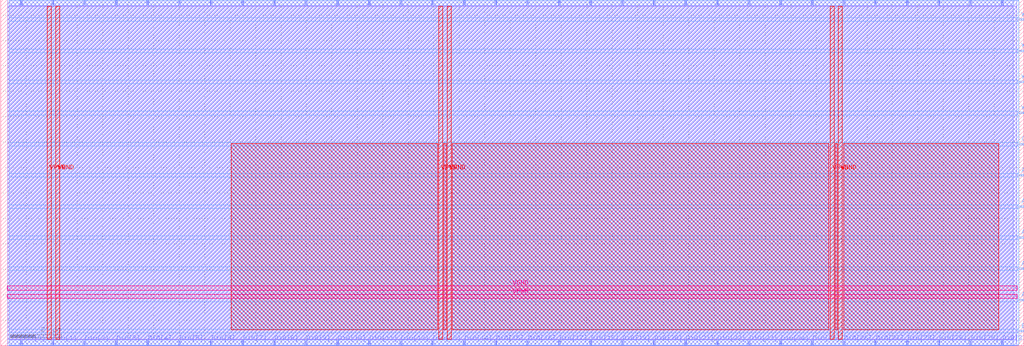
<source format=lef>
VERSION 5.7 ;
  NOWIREEXTENSIONATPIN ON ;
  DIVIDERCHAR "/" ;
  BUSBITCHARS "[]" ;
MACRO RAM32
  CLASS BLOCK ;
  FOREIGN RAM32 ;
  ORIGIN 0.000 0.000 ;
  SIZE 401.580 BY 136.000 ;
  PIN A0[0]
    DIRECTION INPUT ;
    USE SIGNAL ;
    ANTENNAGATEAREA 0.213000 ;
    PORT
      LAYER met3 ;
        RECT 399.580 17.720 401.580 18.320 ;
    END
  END A0[0]
  PIN A0[1]
    DIRECTION INPUT ;
    USE SIGNAL ;
    ANTENNAGATEAREA 0.213000 ;
    PORT
      LAYER met3 ;
        RECT 399.580 29.960 401.580 30.560 ;
    END
  END A0[1]
  PIN A0[2]
    DIRECTION INPUT ;
    USE SIGNAL ;
    ANTENNAGATEAREA 0.213000 ;
    PORT
      LAYER met3 ;
        RECT 399.580 42.200 401.580 42.800 ;
    END
  END A0[2]
  PIN A0[3]
    DIRECTION INPUT ;
    USE SIGNAL ;
    ANTENNAGATEAREA 0.213000 ;
    PORT
      LAYER met3 ;
        RECT 399.580 54.440 401.580 55.040 ;
    END
  END A0[3]
  PIN A0[4]
    DIRECTION INPUT ;
    USE SIGNAL ;
    ANTENNAGATEAREA 0.213000 ;
    PORT
      LAYER met3 ;
        RECT 399.580 66.680 401.580 67.280 ;
    END
  END A0[4]
  PIN CLK
    DIRECTION INPUT ;
    USE SIGNAL ;
    ANTENNAGATEAREA 0.426000 ;
    ANTENNADIFFAREA 0.869400 ;
    PORT
      LAYER met3 ;
        RECT 399.580 78.920 401.580 79.520 ;
    END
  END CLK
  PIN Di0[0]
    DIRECTION INPUT ;
    USE SIGNAL ;
    ANTENNAGATEAREA 0.852000 ;
    PORT
      LAYER met2 ;
        RECT 7.910 0.000 8.190 2.000 ;
    END
  END Di0[0]
  PIN Di0[10]
    DIRECTION INPUT ;
    USE SIGNAL ;
    ANTENNAGATEAREA 0.852000 ;
    PORT
      LAYER met2 ;
        RECT 132.110 0.000 132.390 2.000 ;
    END
  END Di0[10]
  PIN Di0[11]
    DIRECTION INPUT ;
    USE SIGNAL ;
    ANTENNAGATEAREA 0.852000 ;
    PORT
      LAYER met2 ;
        RECT 144.530 0.000 144.810 2.000 ;
    END
  END Di0[11]
  PIN Di0[12]
    DIRECTION INPUT ;
    USE SIGNAL ;
    ANTENNAGATEAREA 0.852000 ;
    PORT
      LAYER met2 ;
        RECT 156.950 0.000 157.230 2.000 ;
    END
  END Di0[12]
  PIN Di0[13]
    DIRECTION INPUT ;
    USE SIGNAL ;
    ANTENNAGATEAREA 0.852000 ;
    PORT
      LAYER met2 ;
        RECT 169.370 0.000 169.650 2.000 ;
    END
  END Di0[13]
  PIN Di0[14]
    DIRECTION INPUT ;
    USE SIGNAL ;
    ANTENNAGATEAREA 0.852000 ;
    PORT
      LAYER met2 ;
        RECT 181.790 0.000 182.070 2.000 ;
    END
  END Di0[14]
  PIN Di0[15]
    DIRECTION INPUT ;
    USE SIGNAL ;
    ANTENNAGATEAREA 0.852000 ;
    PORT
      LAYER met2 ;
        RECT 194.210 0.000 194.490 2.000 ;
    END
  END Di0[15]
  PIN Di0[16]
    DIRECTION INPUT ;
    USE SIGNAL ;
    ANTENNAGATEAREA 0.852000 ;
    PORT
      LAYER met2 ;
        RECT 206.630 0.000 206.910 2.000 ;
    END
  END Di0[16]
  PIN Di0[17]
    DIRECTION INPUT ;
    USE SIGNAL ;
    ANTENNAGATEAREA 0.852000 ;
    PORT
      LAYER met2 ;
        RECT 219.050 0.000 219.330 2.000 ;
    END
  END Di0[17]
  PIN Di0[18]
    DIRECTION INPUT ;
    USE SIGNAL ;
    ANTENNAGATEAREA 0.852000 ;
    PORT
      LAYER met2 ;
        RECT 231.470 0.000 231.750 2.000 ;
    END
  END Di0[18]
  PIN Di0[19]
    DIRECTION INPUT ;
    USE SIGNAL ;
    ANTENNAGATEAREA 0.852000 ;
    PORT
      LAYER met2 ;
        RECT 243.890 0.000 244.170 2.000 ;
    END
  END Di0[19]
  PIN Di0[1]
    DIRECTION INPUT ;
    USE SIGNAL ;
    ANTENNAGATEAREA 0.852000 ;
    PORT
      LAYER met2 ;
        RECT 20.330 0.000 20.610 2.000 ;
    END
  END Di0[1]
  PIN Di0[20]
    DIRECTION INPUT ;
    USE SIGNAL ;
    ANTENNAGATEAREA 0.852000 ;
    PORT
      LAYER met2 ;
        RECT 256.310 0.000 256.590 2.000 ;
    END
  END Di0[20]
  PIN Di0[21]
    DIRECTION INPUT ;
    USE SIGNAL ;
    ANTENNAGATEAREA 0.852000 ;
    PORT
      LAYER met2 ;
        RECT 268.730 0.000 269.010 2.000 ;
    END
  END Di0[21]
  PIN Di0[22]
    DIRECTION INPUT ;
    USE SIGNAL ;
    ANTENNAGATEAREA 0.852000 ;
    PORT
      LAYER met2 ;
        RECT 281.150 0.000 281.430 2.000 ;
    END
  END Di0[22]
  PIN Di0[23]
    DIRECTION INPUT ;
    USE SIGNAL ;
    ANTENNAGATEAREA 0.852000 ;
    PORT
      LAYER met2 ;
        RECT 293.570 0.000 293.850 2.000 ;
    END
  END Di0[23]
  PIN Di0[24]
    DIRECTION INPUT ;
    USE SIGNAL ;
    ANTENNAGATEAREA 0.852000 ;
    PORT
      LAYER met2 ;
        RECT 305.990 0.000 306.270 2.000 ;
    END
  END Di0[24]
  PIN Di0[25]
    DIRECTION INPUT ;
    USE SIGNAL ;
    ANTENNAGATEAREA 0.852000 ;
    PORT
      LAYER met2 ;
        RECT 318.410 0.000 318.690 2.000 ;
    END
  END Di0[25]
  PIN Di0[26]
    DIRECTION INPUT ;
    USE SIGNAL ;
    ANTENNAGATEAREA 0.852000 ;
    PORT
      LAYER met2 ;
        RECT 330.830 0.000 331.110 2.000 ;
    END
  END Di0[26]
  PIN Di0[27]
    DIRECTION INPUT ;
    USE SIGNAL ;
    ANTENNAGATEAREA 0.852000 ;
    PORT
      LAYER met2 ;
        RECT 343.250 0.000 343.530 2.000 ;
    END
  END Di0[27]
  PIN Di0[28]
    DIRECTION INPUT ;
    USE SIGNAL ;
    ANTENNAGATEAREA 0.852000 ;
    PORT
      LAYER met2 ;
        RECT 355.670 0.000 355.950 2.000 ;
    END
  END Di0[28]
  PIN Di0[29]
    DIRECTION INPUT ;
    USE SIGNAL ;
    ANTENNAGATEAREA 0.852000 ;
    PORT
      LAYER met2 ;
        RECT 368.090 0.000 368.370 2.000 ;
    END
  END Di0[29]
  PIN Di0[2]
    DIRECTION INPUT ;
    USE SIGNAL ;
    ANTENNAGATEAREA 0.852000 ;
    PORT
      LAYER met2 ;
        RECT 32.750 0.000 33.030 2.000 ;
    END
  END Di0[2]
  PIN Di0[30]
    DIRECTION INPUT ;
    USE SIGNAL ;
    ANTENNAGATEAREA 0.852000 ;
    PORT
      LAYER met2 ;
        RECT 380.510 0.000 380.790 2.000 ;
    END
  END Di0[30]
  PIN Di0[31]
    DIRECTION INPUT ;
    USE SIGNAL ;
    ANTENNAGATEAREA 0.852000 ;
    PORT
      LAYER met2 ;
        RECT 392.930 0.000 393.210 2.000 ;
    END
  END Di0[31]
  PIN Di0[3]
    DIRECTION INPUT ;
    USE SIGNAL ;
    ANTENNAGATEAREA 0.852000 ;
    PORT
      LAYER met2 ;
        RECT 45.170 0.000 45.450 2.000 ;
    END
  END Di0[3]
  PIN Di0[4]
    DIRECTION INPUT ;
    USE SIGNAL ;
    ANTENNAGATEAREA 0.852000 ;
    PORT
      LAYER met2 ;
        RECT 57.590 0.000 57.870 2.000 ;
    END
  END Di0[4]
  PIN Di0[5]
    DIRECTION INPUT ;
    USE SIGNAL ;
    ANTENNAGATEAREA 0.852000 ;
    PORT
      LAYER met2 ;
        RECT 70.010 0.000 70.290 2.000 ;
    END
  END Di0[5]
  PIN Di0[6]
    DIRECTION INPUT ;
    USE SIGNAL ;
    ANTENNAGATEAREA 0.852000 ;
    PORT
      LAYER met2 ;
        RECT 82.430 0.000 82.710 2.000 ;
    END
  END Di0[6]
  PIN Di0[7]
    DIRECTION INPUT ;
    USE SIGNAL ;
    ANTENNAGATEAREA 0.852000 ;
    PORT
      LAYER met2 ;
        RECT 94.850 0.000 95.130 2.000 ;
    END
  END Di0[7]
  PIN Di0[8]
    DIRECTION INPUT ;
    USE SIGNAL ;
    ANTENNAGATEAREA 0.852000 ;
    PORT
      LAYER met2 ;
        RECT 107.270 0.000 107.550 2.000 ;
    END
  END Di0[8]
  PIN Di0[9]
    DIRECTION INPUT ;
    USE SIGNAL ;
    ANTENNAGATEAREA 0.852000 ;
    PORT
      LAYER met2 ;
        RECT 119.690 0.000 119.970 2.000 ;
    END
  END Di0[9]
  PIN Do0[0]
    DIRECTION OUTPUT TRISTATE ;
    USE SIGNAL ;
    ANTENNADIFFAREA 0.429000 ;
    PORT
      LAYER met2 ;
        RECT 7.910 134.000 8.190 136.000 ;
    END
  END Do0[0]
  PIN Do0[10]
    DIRECTION OUTPUT TRISTATE ;
    USE SIGNAL ;
    ANTENNADIFFAREA 0.429000 ;
    PORT
      LAYER met2 ;
        RECT 132.110 134.000 132.390 136.000 ;
    END
  END Do0[10]
  PIN Do0[11]
    DIRECTION OUTPUT TRISTATE ;
    USE SIGNAL ;
    ANTENNADIFFAREA 0.429000 ;
    PORT
      LAYER met2 ;
        RECT 144.530 134.000 144.810 136.000 ;
    END
  END Do0[11]
  PIN Do0[12]
    DIRECTION OUTPUT TRISTATE ;
    USE SIGNAL ;
    ANTENNADIFFAREA 0.429000 ;
    PORT
      LAYER met2 ;
        RECT 156.950 134.000 157.230 136.000 ;
    END
  END Do0[12]
  PIN Do0[13]
    DIRECTION OUTPUT TRISTATE ;
    USE SIGNAL ;
    ANTENNADIFFAREA 0.429000 ;
    PORT
      LAYER met2 ;
        RECT 169.370 134.000 169.650 136.000 ;
    END
  END Do0[13]
  PIN Do0[14]
    DIRECTION OUTPUT TRISTATE ;
    USE SIGNAL ;
    ANTENNADIFFAREA 0.429000 ;
    PORT
      LAYER met2 ;
        RECT 181.790 134.000 182.070 136.000 ;
    END
  END Do0[14]
  PIN Do0[15]
    DIRECTION OUTPUT TRISTATE ;
    USE SIGNAL ;
    ANTENNADIFFAREA 0.429000 ;
    PORT
      LAYER met2 ;
        RECT 194.210 134.000 194.490 136.000 ;
    END
  END Do0[15]
  PIN Do0[16]
    DIRECTION OUTPUT TRISTATE ;
    USE SIGNAL ;
    ANTENNADIFFAREA 0.429000 ;
    PORT
      LAYER met2 ;
        RECT 206.630 134.000 206.910 136.000 ;
    END
  END Do0[16]
  PIN Do0[17]
    DIRECTION OUTPUT TRISTATE ;
    USE SIGNAL ;
    ANTENNADIFFAREA 0.429000 ;
    PORT
      LAYER met2 ;
        RECT 219.050 134.000 219.330 136.000 ;
    END
  END Do0[17]
  PIN Do0[18]
    DIRECTION OUTPUT TRISTATE ;
    USE SIGNAL ;
    ANTENNADIFFAREA 0.429000 ;
    PORT
      LAYER met2 ;
        RECT 231.470 134.000 231.750 136.000 ;
    END
  END Do0[18]
  PIN Do0[19]
    DIRECTION OUTPUT TRISTATE ;
    USE SIGNAL ;
    ANTENNADIFFAREA 0.429000 ;
    PORT
      LAYER met2 ;
        RECT 243.890 134.000 244.170 136.000 ;
    END
  END Do0[19]
  PIN Do0[1]
    DIRECTION OUTPUT TRISTATE ;
    USE SIGNAL ;
    ANTENNADIFFAREA 0.429000 ;
    PORT
      LAYER met2 ;
        RECT 20.330 134.000 20.610 136.000 ;
    END
  END Do0[1]
  PIN Do0[20]
    DIRECTION OUTPUT TRISTATE ;
    USE SIGNAL ;
    ANTENNADIFFAREA 0.429000 ;
    PORT
      LAYER met2 ;
        RECT 256.310 134.000 256.590 136.000 ;
    END
  END Do0[20]
  PIN Do0[21]
    DIRECTION OUTPUT TRISTATE ;
    USE SIGNAL ;
    ANTENNADIFFAREA 0.429000 ;
    PORT
      LAYER met2 ;
        RECT 268.730 134.000 269.010 136.000 ;
    END
  END Do0[21]
  PIN Do0[22]
    DIRECTION OUTPUT TRISTATE ;
    USE SIGNAL ;
    ANTENNADIFFAREA 0.429000 ;
    PORT
      LAYER met2 ;
        RECT 281.150 134.000 281.430 136.000 ;
    END
  END Do0[22]
  PIN Do0[23]
    DIRECTION OUTPUT TRISTATE ;
    USE SIGNAL ;
    ANTENNADIFFAREA 0.429000 ;
    PORT
      LAYER met2 ;
        RECT 293.570 134.000 293.850 136.000 ;
    END
  END Do0[23]
  PIN Do0[24]
    DIRECTION OUTPUT TRISTATE ;
    USE SIGNAL ;
    ANTENNADIFFAREA 0.429000 ;
    PORT
      LAYER met2 ;
        RECT 305.990 134.000 306.270 136.000 ;
    END
  END Do0[24]
  PIN Do0[25]
    DIRECTION OUTPUT TRISTATE ;
    USE SIGNAL ;
    ANTENNADIFFAREA 0.429000 ;
    PORT
      LAYER met2 ;
        RECT 318.410 134.000 318.690 136.000 ;
    END
  END Do0[25]
  PIN Do0[26]
    DIRECTION OUTPUT TRISTATE ;
    USE SIGNAL ;
    ANTENNADIFFAREA 0.429000 ;
    PORT
      LAYER met2 ;
        RECT 330.830 134.000 331.110 136.000 ;
    END
  END Do0[26]
  PIN Do0[27]
    DIRECTION OUTPUT TRISTATE ;
    USE SIGNAL ;
    ANTENNADIFFAREA 0.429000 ;
    PORT
      LAYER met2 ;
        RECT 343.250 134.000 343.530 136.000 ;
    END
  END Do0[27]
  PIN Do0[28]
    DIRECTION OUTPUT TRISTATE ;
    USE SIGNAL ;
    ANTENNADIFFAREA 0.429000 ;
    PORT
      LAYER met2 ;
        RECT 355.670 134.000 355.950 136.000 ;
    END
  END Do0[28]
  PIN Do0[29]
    DIRECTION OUTPUT TRISTATE ;
    USE SIGNAL ;
    ANTENNADIFFAREA 0.429000 ;
    PORT
      LAYER met2 ;
        RECT 368.090 134.000 368.370 136.000 ;
    END
  END Do0[29]
  PIN Do0[2]
    DIRECTION OUTPUT TRISTATE ;
    USE SIGNAL ;
    ANTENNADIFFAREA 0.429000 ;
    PORT
      LAYER met2 ;
        RECT 32.750 134.000 33.030 136.000 ;
    END
  END Do0[2]
  PIN Do0[30]
    DIRECTION OUTPUT TRISTATE ;
    USE SIGNAL ;
    ANTENNADIFFAREA 0.429000 ;
    PORT
      LAYER met2 ;
        RECT 380.510 134.000 380.790 136.000 ;
    END
  END Do0[30]
  PIN Do0[31]
    DIRECTION OUTPUT TRISTATE ;
    USE SIGNAL ;
    ANTENNADIFFAREA 0.429000 ;
    PORT
      LAYER met2 ;
        RECT 392.930 134.000 393.210 136.000 ;
    END
  END Do0[31]
  PIN Do0[3]
    DIRECTION OUTPUT TRISTATE ;
    USE SIGNAL ;
    ANTENNADIFFAREA 0.429000 ;
    PORT
      LAYER met2 ;
        RECT 45.170 134.000 45.450 136.000 ;
    END
  END Do0[3]
  PIN Do0[4]
    DIRECTION OUTPUT TRISTATE ;
    USE SIGNAL ;
    ANTENNADIFFAREA 0.429000 ;
    PORT
      LAYER met2 ;
        RECT 57.590 134.000 57.870 136.000 ;
    END
  END Do0[4]
  PIN Do0[5]
    DIRECTION OUTPUT TRISTATE ;
    USE SIGNAL ;
    ANTENNADIFFAREA 0.429000 ;
    PORT
      LAYER met2 ;
        RECT 70.010 134.000 70.290 136.000 ;
    END
  END Do0[5]
  PIN Do0[6]
    DIRECTION OUTPUT TRISTATE ;
    USE SIGNAL ;
    ANTENNADIFFAREA 0.429000 ;
    PORT
      LAYER met2 ;
        RECT 82.430 134.000 82.710 136.000 ;
    END
  END Do0[6]
  PIN Do0[7]
    DIRECTION OUTPUT TRISTATE ;
    USE SIGNAL ;
    ANTENNADIFFAREA 0.429000 ;
    PORT
      LAYER met2 ;
        RECT 94.850 134.000 95.130 136.000 ;
    END
  END Do0[7]
  PIN Do0[8]
    DIRECTION OUTPUT TRISTATE ;
    USE SIGNAL ;
    ANTENNADIFFAREA 0.429000 ;
    PORT
      LAYER met2 ;
        RECT 107.270 134.000 107.550 136.000 ;
    END
  END Do0[8]
  PIN Do0[9]
    DIRECTION OUTPUT TRISTATE ;
    USE SIGNAL ;
    ANTENNADIFFAREA 0.429000 ;
    PORT
      LAYER met2 ;
        RECT 119.690 134.000 119.970 136.000 ;
    END
  END Do0[9]
  PIN EN0
    DIRECTION INPUT ;
    USE SIGNAL ;
    ANTENNAGATEAREA 0.213000 ;
    PORT
      LAYER met3 ;
        RECT 399.580 5.480 401.580 6.080 ;
    END
  END EN0
  PIN VGND
    DIRECTION INOUT ;
    USE GROUND ;
    PORT
      LAYER met4 ;
        RECT 21.580 2.480 23.180 133.520 ;
    END
    PORT
      LAYER met4 ;
        RECT 175.180 2.480 176.780 133.520 ;
    END
    PORT
      LAYER met4 ;
        RECT 328.780 2.480 330.380 133.520 ;
    END
    PORT
      LAYER met5 ;
        RECT 2.520 21.870 399.060 23.470 ;
    END
  END VGND
  PIN VPWR
    DIRECTION INOUT ;
    USE POWER ;
    PORT
      LAYER met4 ;
        RECT 18.280 2.480 19.880 133.520 ;
    END
    PORT
      LAYER met4 ;
        RECT 171.880 2.480 173.480 133.520 ;
    END
    PORT
      LAYER met4 ;
        RECT 325.480 2.480 327.080 133.520 ;
    END
    PORT
      LAYER met5 ;
        RECT 2.520 18.570 399.060 20.170 ;
    END
  END VPWR
  PIN WE0[0]
    DIRECTION INPUT ;
    USE SIGNAL ;
    ANTENNAGATEAREA 0.213000 ;
    PORT
      LAYER met3 ;
        RECT 399.580 91.160 401.580 91.760 ;
    END
  END WE0[0]
  PIN WE0[1]
    DIRECTION INPUT ;
    USE SIGNAL ;
    ANTENNAGATEAREA 0.213000 ;
    PORT
      LAYER met3 ;
        RECT 399.580 103.400 401.580 104.000 ;
    END
  END WE0[1]
  PIN WE0[2]
    DIRECTION INPUT ;
    USE SIGNAL ;
    ANTENNAGATEAREA 0.213000 ;
    PORT
      LAYER met3 ;
        RECT 399.580 115.640 401.580 116.240 ;
    END
  END WE0[2]
  PIN WE0[3]
    DIRECTION INPUT ;
    USE SIGNAL ;
    ANTENNAGATEAREA 0.213000 ;
    PORT
      LAYER met3 ;
        RECT 399.580 127.880 401.580 128.480 ;
    END
  END WE0[3]
  OBS
      LAYER li1 ;
        RECT 2.760 2.635 398.820 133.365 ;
      LAYER met1 ;
        RECT 2.760 0.040 398.820 135.960 ;
      LAYER met2 ;
        RECT 3.310 133.720 7.630 135.990 ;
        RECT 8.470 133.720 20.050 135.990 ;
        RECT 20.890 133.720 32.470 135.990 ;
        RECT 33.310 133.720 44.890 135.990 ;
        RECT 45.730 133.720 57.310 135.990 ;
        RECT 58.150 133.720 69.730 135.990 ;
        RECT 70.570 133.720 82.150 135.990 ;
        RECT 82.990 133.720 94.570 135.990 ;
        RECT 95.410 133.720 106.990 135.990 ;
        RECT 107.830 133.720 119.410 135.990 ;
        RECT 120.250 133.720 131.830 135.990 ;
        RECT 132.670 133.720 144.250 135.990 ;
        RECT 145.090 133.720 156.670 135.990 ;
        RECT 157.510 133.720 169.090 135.990 ;
        RECT 169.930 133.720 181.510 135.990 ;
        RECT 182.350 133.720 193.930 135.990 ;
        RECT 194.770 133.720 206.350 135.990 ;
        RECT 207.190 133.720 218.770 135.990 ;
        RECT 219.610 133.720 231.190 135.990 ;
        RECT 232.030 133.720 243.610 135.990 ;
        RECT 244.450 133.720 256.030 135.990 ;
        RECT 256.870 133.720 268.450 135.990 ;
        RECT 269.290 133.720 280.870 135.990 ;
        RECT 281.710 133.720 293.290 135.990 ;
        RECT 294.130 133.720 305.710 135.990 ;
        RECT 306.550 133.720 318.130 135.990 ;
        RECT 318.970 133.720 330.550 135.990 ;
        RECT 331.390 133.720 342.970 135.990 ;
        RECT 343.810 133.720 355.390 135.990 ;
        RECT 356.230 133.720 367.810 135.990 ;
        RECT 368.650 133.720 380.230 135.990 ;
        RECT 381.070 133.720 392.650 135.990 ;
        RECT 393.490 133.720 397.340 135.990 ;
        RECT 3.310 2.280 397.340 133.720 ;
        RECT 3.310 0.010 7.630 2.280 ;
        RECT 8.470 0.010 20.050 2.280 ;
        RECT 20.890 0.010 32.470 2.280 ;
        RECT 33.310 0.010 44.890 2.280 ;
        RECT 45.730 0.010 57.310 2.280 ;
        RECT 58.150 0.010 69.730 2.280 ;
        RECT 70.570 0.010 82.150 2.280 ;
        RECT 82.990 0.010 94.570 2.280 ;
        RECT 95.410 0.010 106.990 2.280 ;
        RECT 107.830 0.010 119.410 2.280 ;
        RECT 120.250 0.010 131.830 2.280 ;
        RECT 132.670 0.010 144.250 2.280 ;
        RECT 145.090 0.010 156.670 2.280 ;
        RECT 157.510 0.010 169.090 2.280 ;
        RECT 169.930 0.010 181.510 2.280 ;
        RECT 182.350 0.010 193.930 2.280 ;
        RECT 194.770 0.010 206.350 2.280 ;
        RECT 207.190 0.010 218.770 2.280 ;
        RECT 219.610 0.010 231.190 2.280 ;
        RECT 232.030 0.010 243.610 2.280 ;
        RECT 244.450 0.010 256.030 2.280 ;
        RECT 256.870 0.010 268.450 2.280 ;
        RECT 269.290 0.010 280.870 2.280 ;
        RECT 281.710 0.010 293.290 2.280 ;
        RECT 294.130 0.010 305.710 2.280 ;
        RECT 306.550 0.010 318.130 2.280 ;
        RECT 318.970 0.010 330.550 2.280 ;
        RECT 331.390 0.010 342.970 2.280 ;
        RECT 343.810 0.010 355.390 2.280 ;
        RECT 356.230 0.010 367.810 2.280 ;
        RECT 368.650 0.010 380.230 2.280 ;
        RECT 381.070 0.010 392.650 2.280 ;
        RECT 393.490 0.010 397.340 2.280 ;
      LAYER met3 ;
        RECT 3.285 128.880 399.580 135.825 ;
        RECT 3.285 127.480 399.180 128.880 ;
        RECT 3.285 116.640 399.580 127.480 ;
        RECT 3.285 115.240 399.180 116.640 ;
        RECT 3.285 104.400 399.580 115.240 ;
        RECT 3.285 103.000 399.180 104.400 ;
        RECT 3.285 92.160 399.580 103.000 ;
        RECT 3.285 90.760 399.180 92.160 ;
        RECT 3.285 79.920 399.580 90.760 ;
        RECT 3.285 78.520 399.180 79.920 ;
        RECT 3.285 67.680 399.580 78.520 ;
        RECT 3.285 66.280 399.180 67.680 ;
        RECT 3.285 55.440 399.580 66.280 ;
        RECT 3.285 54.040 399.180 55.440 ;
        RECT 3.285 43.200 399.580 54.040 ;
        RECT 3.285 41.800 399.180 43.200 ;
        RECT 3.285 30.960 399.580 41.800 ;
        RECT 3.285 29.560 399.180 30.960 ;
        RECT 3.285 18.720 399.580 29.560 ;
        RECT 3.285 17.320 399.180 18.720 ;
        RECT 3.285 6.480 399.580 17.320 ;
        RECT 3.285 5.080 399.180 6.480 ;
        RECT 3.285 0.175 399.580 5.080 ;
      LAYER met4 ;
        RECT 90.455 6.295 171.480 79.385 ;
        RECT 173.880 6.295 174.780 79.385 ;
        RECT 177.180 6.295 325.080 79.385 ;
        RECT 327.480 6.295 328.380 79.385 ;
        RECT 330.780 6.295 391.625 79.385 ;
  END
END RAM32
END LIBRARY


</source>
